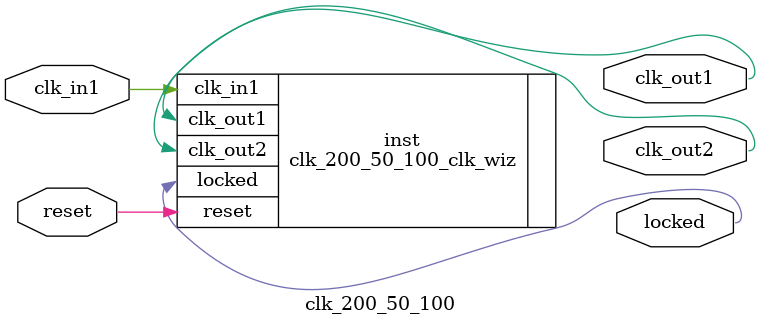
<source format=v>


`timescale 1ps/1ps

(* CORE_GENERATION_INFO = "clk_200_50_100,clk_wiz_v6_0_12_0_0,{component_name=clk_200_50_100,use_phase_alignment=true,use_min_o_jitter=false,use_max_i_jitter=false,use_dyn_phase_shift=false,use_inclk_switchover=false,use_dyn_reconfig=false,enable_axi=0,feedback_source=FDBK_AUTO,PRIMITIVE=MMCM,num_out_clk=2,clkin1_period=5.000,clkin2_period=10.0,use_power_down=false,use_reset=true,use_locked=true,use_inclk_stopped=false,feedback_type=SINGLE,CLOCK_MGR_TYPE=NA,manual_override=false}" *)

module clk_200_50_100 
 (
  // Clock out ports
  output        clk_out1,
  output        clk_out2,
  // Status and control signals
  input         reset,
  output        locked,
 // Clock in ports
  input         clk_in1
 );

  clk_200_50_100_clk_wiz inst
  (
  // Clock out ports  
  .clk_out1(clk_out1),
  .clk_out2(clk_out2),
  // Status and control signals               
  .reset(reset), 
  .locked(locked),
 // Clock in ports
  .clk_in1(clk_in1)
  );

endmodule

</source>
